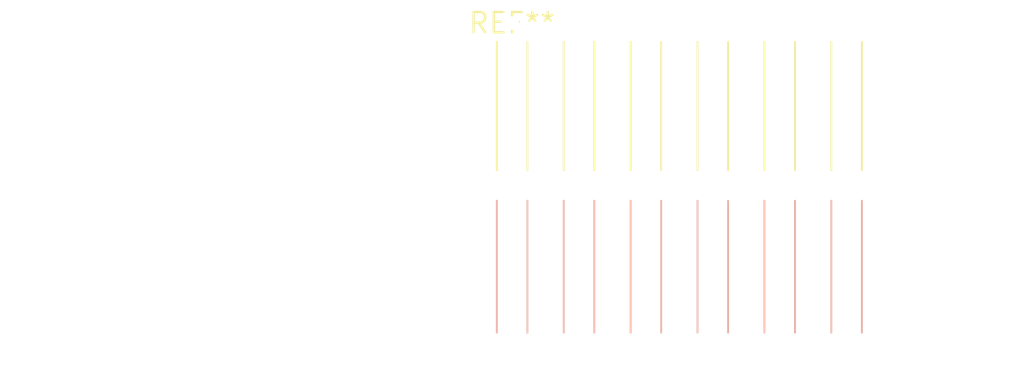
<source format=kicad_pcb>
(kicad_pcb (version 20240108) (generator pcbnew)
  (layers (0 "F.Cu" signal) (31 "B.Cu" signal) (34 "B.Paste" user) (35 "F.Paste" user) (36 "B.SilkS" user "B.Silkscreen") (37 "F.SilkS" user "F.Silkscreen") (38 "B.Mask" user) (39 "F.Mask" user) (44 "Edge.Cuts" user))
  (net 0 "")
  (footprint "SolderWire-0.25sqmm_1x06_P4.2mm_D0.65mm_OD1.7mm_Relief2x" (layer "F.Cu") (at 0 0)
    (property "Reference" "REF**")
    (property "Value" "SolderWire-0.25sqmm_1x06_P4.2mm_D0.65mm_OD1.7mm_Relief2x")
    (fp_line (start -0.96 11.16) (end -0.96 19.44) (layer "B.SilkS") (stroke (width 0.12)))
    (fp_line (start 0.96 11.16) (end 0.96 19.44) (layer "B.SilkS") (stroke (width 0.12)))
    (fp_line (start 3.24 11.16) (end 3.24 19.44) (layer "B.SilkS") (stroke (width 0.12)))
    (fp_line (start 5.16 11.16) (end 5.16 19.44) (layer "B.SilkS") (stroke (width 0.12)))
    (fp_line (start 7.44 11.16) (end 7.44 19.44) (layer "B.SilkS") (stroke (width 0.12)))
    (fp_line (start 9.36 11.16) (end 9.36 19.44) (layer "B.SilkS") (stroke (width 0.12)))
    (fp_line (start 11.64 11.16) (end 11.64 19.44) (layer "B.SilkS") (stroke (width 0.12)))
    (fp_line (start 13.56 11.16) (end 13.56 19.44) (layer "B.SilkS") (stroke (width 0.12)))
    (fp_line (start 15.84 11.16) (end 15.84 19.44) (layer "B.SilkS") (stroke (width 0.12)))
    (fp_line (start 17.76 11.16) (end 17.76 19.44) (layer "B.SilkS") (stroke (width 0.12)))
    (fp_line (start 20.04 11.16) (end 20.04 19.44) (layer "B.SilkS") (stroke (width 0.12)))
    (fp_line (start 21.96 11.16) (end 21.96 19.44) (layer "B.SilkS") (stroke (width 0.12)))
    (fp_line (start -0.96 1.185) (end -0.96 9.24) (layer "F.SilkS") (stroke (width 0.12)))
    (fp_line (start 0.96 1.185) (end 0.96 9.24) (layer "F.SilkS") (stroke (width 0.12)))
    (fp_line (start 3.24 1.185) (end 3.24 9.24) (layer "F.SilkS") (stroke (width 0.12)))
    (fp_line (start 5.16 1.185) (end 5.16 9.24) (layer "F.SilkS") (stroke (width 0.12)))
    (fp_line (start 7.44 1.185) (end 7.44 9.24) (layer "F.SilkS") (stroke (width 0.12)))
    (fp_line (start 9.36 1.185) (end 9.36 9.24) (layer "F.SilkS") (stroke (width 0.12)))
    (fp_line (start 11.64 1.185) (end 11.64 9.24) (layer "F.SilkS") (stroke (width 0.12)))
    (fp_line (start 13.56 1.185) (end 13.56 9.24) (layer "F.SilkS") (stroke (width 0.12)))
    (fp_line (start 15.84 1.185) (end 15.84 9.24) (layer "F.SilkS") (stroke (width 0.12)))
    (fp_line (start 17.76 1.185) (end 17.76 9.24) (layer "F.SilkS") (stroke (width 0.12)))
    (fp_line (start 20.04 1.185) (end 20.04 9.24) (layer "F.SilkS") (stroke (width 0.12)))
    (fp_line (start 21.96 1.185) (end 21.96 9.24) (layer "F.SilkS") (stroke (width 0.12)))
    (pad "" np_thru_hole circle (at 0 10.2) (size 2.2 2.2) (drill 2.2) (layers *.Cu *.Mask))
    (pad "" np_thru_hole circle (at 0 20.4) (size 2.2 2.2) (drill 2.2) (layers *.Cu *.Mask))
    (pad "" np_thru_hole circle (at 4.2 10.2) (size 2.2 2.2) (drill 2.2) (layers *.Cu *.Mask))
    (pad "" np_thru_hole circle (at 4.2 20.4) (size 2.2 2.2) (drill 2.2) (layers *.Cu *.Mask))
    (pad "" np_thru_hole circle (at 8.4 10.2) (size 2.2 2.2) (drill 2.2) (layers *.Cu *.Mask))
    (pad "" np_thru_hole circle (at 8.4 20.4) (size 2.2 2.2) (drill 2.2) (layers *.Cu *.Mask))
    (pad "" np_thru_hole circle (at 12.6 10.2) (size 2.2 2.2) (drill 2.2) (layers *.Cu *.Mask))
    (pad "" np_thru_hole circle (at 12.6 20.4) (size 2.2 2.2) (drill 2.2) (layers *.Cu *.Mask))
    (pad "" np_thru_hole circle (at 16.8 10.2) (size 2.2 2.2) (drill 2.2) (layers *.Cu *.Mask))
    (pad "" np_thru_hole circle (at 16.8 20.4) (size 2.2 2.2) (drill 2.2) (layers *.Cu *.Mask))
    (pad "" np_thru_hole circle (at 21 10.2) (size 2.2 2.2) (drill 2.2) (layers *.Cu *.Mask))
    (pad "" np_thru_hole circle (at 21 20.4) (size 2.2 2.2) (drill 2.2) (layers *.Cu *.Mask))
    (pad "1" thru_hole roundrect (at 0 0) (size 1.85 1.85) (drill 0.85) (layers *.Cu *.Mask) (remove_unused_layers) (roundrect_rratio 0.135135))
    (pad "2" thru_hole circle (at 4.2 0) (size 1.85 1.85) (drill 0.85) (layers *.Cu *.Mask) (remove_unused_layers))
    (pad "3" thru_hole circle (at 8.4 0) (size 1.85 1.85) (drill 0.85) (layers *.Cu *.Mask) (remove_unused_layers))
    (pad "4" thru_hole circle (at 12.6 0) (size 1.85 1.85) (drill 0.85) (layers *.Cu *.Mask) (remove_unused_layers))
    (pad "5" thru_hole circle (at 16.8 0) (size 1.85 1.85) (drill 0.85) (layers *.Cu *.Mask) (remove_unused_layers))
    (pad "6" thru_hole circle (at 21 0) (size 1.85 1.85) (drill 0.85) (layers *.Cu *.Mask) (remove_unused_layers))
  )
)
</source>
